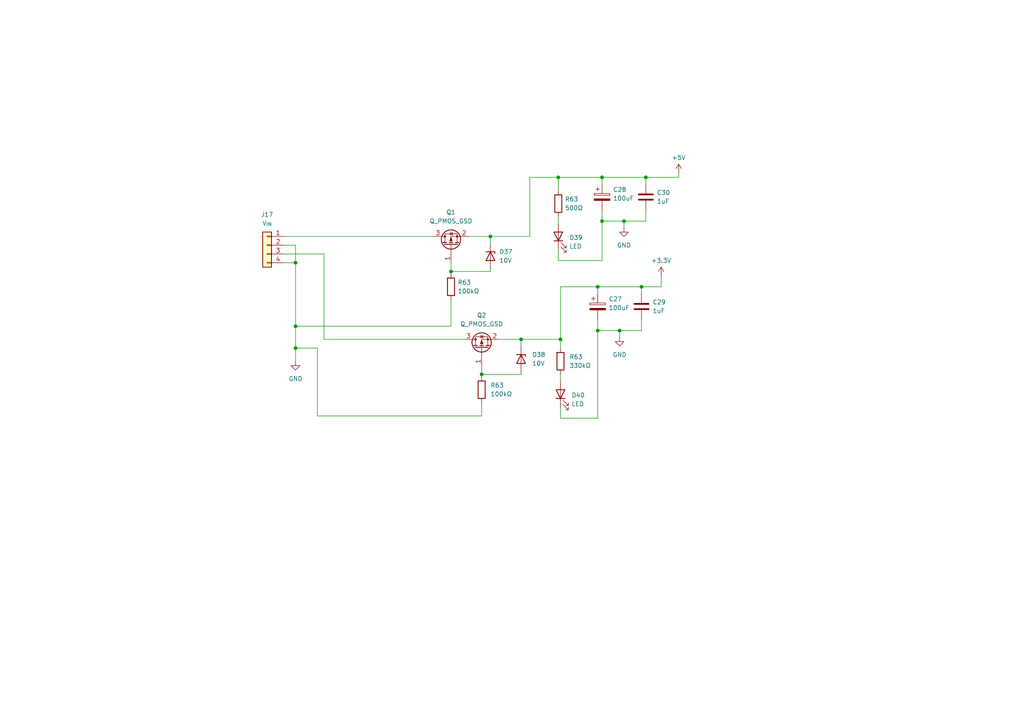
<source format=kicad_sch>
(kicad_sch (version 20230121) (generator eeschema)
  (paper "A4")
  (lib_symbols
    (symbol "Connector_Generic:Conn_01x04" (pin_names (offset 1.016) hide)
      (property "Reference" "J" (at 0 5.08 0))
      (property "Value" "Conn_01x04" (at 0 -7.62 0))
      (symbol "Conn_01x04_1_1"
        (rectangle (start -1.27 -4.953) (end 0 -5.207) (stroke (width 0.1524)))
        (rectangle (start -1.27 -2.413) (end 0 -2.667) (stroke (width 0.1524)))
        (rectangle (start -1.27 0.127) (end 0 -0.127) (stroke (width 0.1524)))
        (rectangle (start -1.27 2.667) (end 0 2.413) (stroke (width 0.1524)))
        (rectangle (start -1.27 3.81) (end 1.27 -6.35) (stroke (width 0.254)) (fill (type background)))
        (pin passive line (at -5.08 2.54 0) (length 3.81) (name "Pin_1") (number "1"))
        (pin passive line (at -5.08 0 0) (length 3.81) (name "Pin_2") (number "2"))
        (pin passive line (at -5.08 -2.54 0) (length 3.81) (name "Pin_3") (number "3"))
        (pin passive line (at -5.08 -5.08 0) (length 3.81) (name "Pin_4") (number "4"))
      )
    )
    (symbol "Device:C" (pin_numbers hide) (pin_names (offset 0.254))
      (property "Reference" "C" (at 0.635 2.54 0))
      (property "Value" "C" (at 0.635 -2.54 0))
      (symbol "C_0_1"
        (polyline (pts (xy -2.032 -0.762) (xy 2.032 -0.762)) (stroke (width 0.508)))
        (polyline (pts (xy -2.032 0.762) (xy 2.032 0.762)) (stroke (width 0.508)))
      )
      (symbol "C_1_1"
        (pin passive line (at 0 3.81 270) (length 2.794) (name "~") (number "1"))
        (pin passive line (at 0 -3.81 90) (length 2.794) (name "~") (number "2"))
      )
    )
    (symbol "Device:C_Polarized" (pin_numbers hide) (pin_names (offset 0.254))
      (property "Reference" "C" (at 0.635 2.54 0))
      (property "Value" "C_Polarized" (at 0.635 -2.54 0))
      (symbol "C_Polarized_0_1"
        (rectangle (start -2.286 0.508) (end 2.286 1.016))
        (polyline (pts (xy -1.778 2.286) (xy -0.762 2.286)))
        (polyline (pts (xy -1.27 2.794) (xy -1.27 1.778)))
        (rectangle (start 2.286 -0.508) (end -2.286 -1.016) (fill (type outline)))
      )
      (symbol "C_Polarized_1_1"
        (pin passive line (at 0 3.81 270) (length 2.794) (name "~") (number "1"))
        (pin passive line (at 0 -3.81 90) (length 2.794) (name "~") (number "2"))
      )
    )
    (symbol "Device:D_Zener" (pin_numbers hide) (pin_names (offset 1.016) hide)
      (property "Reference" "D" (at 0 2.54 0))
      (property "Value" "D_Zener" (at 0 -2.54 0))
      (symbol "D_Zener_0_1"
        (polyline (pts (xy 1.27 0) (xy -1.27 0)))
        (polyline (pts (xy -1.27 -1.27) (xy -1.27 1.27) (xy -0.762 1.27)) (stroke (width 0.254)))
        (polyline (pts (xy 1.27 -1.27) (xy 1.27 1.27) (xy -1.27 0) (xy 1.27 -1.27)) (stroke (width 0.254)))
      )
      (symbol "D_Zener_1_1"
        (pin passive line (at -3.81 0 0) (length 2.54) (name "K") (number "1"))
        (pin passive line (at 3.81 0 180) (length 2.54) (name "A") (number "2"))
      )
    )
    (symbol "Device:LED" (pin_numbers hide) (pin_names (offset 1.016) hide)
      (property "Reference" "D" (at 0 2.54 0))
      (property "Value" "LED" (at 0 -2.54 0))
      (symbol "LED_0_1"
        (polyline (pts (xy -1.27 -1.27) (xy -1.27 1.27)) (stroke (width 0.254)))
        (polyline (pts (xy -1.27 0) (xy 1.27 0)))
        (polyline (pts (xy 1.27 -1.27) (xy 1.27 1.27) (xy -1.27 0) (xy 1.27 -1.27)) (stroke (width 0.254)))
        (polyline (pts (xy -3.048 -0.762) (xy -4.572 -2.286) (xy -3.81 -2.286) (xy -4.572 -2.286) (xy -4.572 -1.524)))
        (polyline (pts (xy -1.778 -0.762) (xy -3.302 -2.286) (xy -2.54 -2.286) (xy -3.302 -2.286) (xy -3.302 -1.524)))
      )
      (symbol "LED_1_1"
        (pin passive line (at -3.81 0 0) (length 2.54) (name "K") (number "1"))
        (pin passive line (at 3.81 0 180) (length 2.54) (name "A") (number "2"))
      )
    )
    (symbol "Device:Q_PMOS_GSD" (pin_names (offset 0) hide)
      (property "Reference" "Q" (at 5.08 1.27 0))
      (property "Value" "Q_PMOS_GSD" (at 5.08 -1.27 0))
      (symbol "Q_PMOS_GSD_0_1"
        (polyline (pts (xy 0.254 0) (xy -2.54 0)))
        (polyline (pts (xy 0.254 1.905) (xy 0.254 -1.905)) (stroke (width 0.254)))
        (polyline (pts (xy 0.762 -1.27) (xy 0.762 -2.286)) (stroke (width 0.254)))
        (polyline (pts (xy 0.762 0.508) (xy 0.762 -0.508)) (stroke (width 0.254)))
        (polyline (pts (xy 0.762 2.286) (xy 0.762 1.27)) (stroke (width 0.254)))
        (polyline (pts (xy 2.54 2.54) (xy 2.54 1.778)))
        (polyline (pts (xy 2.54 -2.54) (xy 2.54 0) (xy 0.762 0)))
        (polyline (pts (xy 0.762 1.778) (xy 3.302 1.778) (xy 3.302 -1.778) (xy 0.762 -1.778)))
        (polyline (pts (xy 2.286 0) (xy 1.27 0.381) (xy 1.27 -0.381) (xy 2.286 0)) (fill (type outline)))
        (polyline (pts (xy 2.794 -0.508) (xy 2.921 -0.381) (xy 3.683 -0.381) (xy 3.81 -0.254)))
        (polyline (pts (xy 3.302 -0.381) (xy 2.921 0.254) (xy 3.683 0.254) (xy 3.302 -0.381)))
        (circle (center 1.651 0) (radius 2.794) (stroke (width 0.254)))
        (circle (center 2.54 -1.778) (radius 0.254) (fill (type outline)))
        (circle (center 2.54 1.778) (radius 0.254) (fill (type outline)))
      )
      (symbol "Q_PMOS_GSD_1_1"
        (pin input line (at -5.08 0 0) (length 2.54) (name "G") (number "1"))
        (pin passive line (at 2.54 -5.08 90) (length 2.54) (name "S") (number "2"))
        (pin passive line (at 2.54 5.08 270) (length 2.54) (name "D") (number "3"))
      )
    )
    (symbol "Device:R" (pin_numbers hide) (pin_names (offset 0))
      (property "Reference" "R" (at 2.032 0 90))
      (property "Value" "R" (at 0 0 90))
      (symbol "R_0_1"
        (rectangle (start -1.016 -2.54) (end 1.016 2.54) (stroke (width 0.254)))
      )
      (symbol "R_1_1"
        (pin passive line (at 0 3.81 270) (length 1.27) (name "~") (number "1"))
        (pin passive line (at 0 -3.81 90) (length 1.27) (name "~") (number "2"))
      )
    )
    (symbol "power:+3.3V" (power) (pin_names (offset 0))
      (property "Value" "+3.3V" (at 0 3.556 0))
      (symbol "+3.3V_0_1"
        (polyline (pts (xy -0.762 1.27) (xy 0 2.54)))
        (polyline (pts (xy 0 0) (xy 0 2.54)))
        (polyline (pts (xy 0 2.54) (xy 0.762 1.27)))
      )
      (symbol "+3.3V_1_1"
        (pin power_in line (at 0 0 90) (length 0) hide (name "+3.3V") (number "1"))
      )
    )
    (symbol "power:+5V" (power) (pin_names (offset 0))
      (property "Value" "+5V" (at 0 3.556 0))
      (symbol "+5V_0_1"
        (polyline (pts (xy -0.762 1.27) (xy 0 2.54)))
        (polyline (pts (xy 0 0) (xy 0 2.54)))
        (polyline (pts (xy 0 2.54) (xy 0.762 1.27)))
      )
      (symbol "+5V_1_1"
        (pin power_in line (at 0 0 90) (length 0) hide (name "+5V") (number "1"))
      )
    )
    (symbol "power:GND" (power) (pin_names (offset 0))
      (property "Value" "GND" (at 0 -3.81 0))
      (symbol "GND_0_1"
        (polyline (pts (xy 0 0) (xy 0 -1.27) (xy 1.27 -1.27) (xy 0 -2.54) (xy -1.27 -1.27) (xy 0 -1.27)))
      )
      (symbol "GND_1_1"
        (pin power_in line (at 0 0 270) (length 0) hide (name "GND") (number "1"))
      )
    )
  )
  (junction (at 85.725 76.2))
  (junction (at 161.925 51.435))
  (junction (at 173.355 95.885))
  (junction (at 130.81 78.74))
  (junction (at 179.705 95.885))
  (junction (at 180.975 64.135))
  (junction (at 174.625 51.435))
  (junction (at 186.055 83.185))
  (junction (at 151.13 98.425))
  (junction (at 142.24 68.58))
  (junction (at 173.355 83.185))
  (junction (at 162.56 98.425))
  (junction (at 85.725 100.965))
  (junction (at 85.725 94.615))
  (junction (at 139.7 108.585))
  (junction (at 187.325 51.435))
  (junction (at 174.625 64.135))
  (wire (pts (xy 191.77 83.185) (xy 186.055 83.185)))
  (wire (pts (xy 161.925 51.435) (xy 161.925 55.245)))
  (wire (pts (xy 85.725 94.615) (xy 130.81 94.615)))
  (wire (pts (xy 174.625 75.565) (xy 174.625 64.135)))
  (wire (pts (xy 92.075 100.965) (xy 85.725 100.965)))
  (wire (pts (xy 186.055 95.885) (xy 186.055 92.71)))
  (wire (pts (xy 139.7 108.585) (xy 139.7 109.22)))
  (wire (pts (xy 162.56 108.585) (xy 162.56 110.49)))
  (wire (pts (xy 173.355 95.885) (xy 179.705 95.885)))
  (wire (pts (xy 174.625 60.96) (xy 174.625 64.135)))
  (wire (pts (xy 173.355 92.71) (xy 173.355 95.885)))
  (wire (pts (xy 139.7 116.84) (xy 139.7 120.65)))
  (wire (pts (xy 173.355 121.285) (xy 173.355 95.885)))
  (wire (pts (xy 139.7 108.585) (xy 151.13 108.585)))
  (wire (pts (xy 130.81 86.995) (xy 130.81 94.615)))
  (wire (pts (xy 93.98 98.425) (xy 134.62 98.425)))
  (wire (pts (xy 130.81 78.74) (xy 142.24 78.74)))
  (wire (pts (xy 186.055 83.185) (xy 186.055 85.09)))
  (wire (pts (xy 130.81 76.2) (xy 130.81 78.74)))
  (wire (pts (xy 187.325 51.435) (xy 174.625 51.435)))
  (wire (pts (xy 82.55 71.12) (xy 85.725 71.12)))
  (wire (pts (xy 82.55 68.58) (xy 125.73 68.58)))
  (wire (pts (xy 135.89 68.58) (xy 142.24 68.58)))
  (wire (pts (xy 153.67 51.435) (xy 161.925 51.435)))
  (wire (pts (xy 82.55 76.2) (xy 85.725 76.2)))
  (wire (pts (xy 180.975 64.135) (xy 187.325 64.135)))
  (wire (pts (xy 196.85 51.435) (xy 187.325 51.435)))
  (wire (pts (xy 142.24 68.58) (xy 153.67 68.58)))
  (wire (pts (xy 174.625 51.435) (xy 174.625 53.34)))
  (wire (pts (xy 180.975 64.135) (xy 180.975 66.04)))
  (wire (pts (xy 162.56 98.425) (xy 162.56 100.965)))
  (wire (pts (xy 187.325 51.435) (xy 187.325 53.34)))
  (wire (pts (xy 85.725 94.615) (xy 85.725 100.965)))
  (wire (pts (xy 161.925 51.435) (xy 174.625 51.435)))
  (wire (pts (xy 139.7 106.045) (xy 139.7 108.585)))
  (wire (pts (xy 179.705 95.885) (xy 179.705 97.79)))
  (wire (pts (xy 196.85 50.165) (xy 196.85 51.435)))
  (wire (pts (xy 85.725 76.2) (xy 85.725 94.615)))
  (wire (pts (xy 173.355 83.185) (xy 173.355 85.09)))
  (wire (pts (xy 187.325 64.135) (xy 187.325 60.96)))
  (wire (pts (xy 142.24 68.58) (xy 142.24 70.485)))
  (wire (pts (xy 174.625 64.135) (xy 180.975 64.135)))
  (wire (pts (xy 151.13 98.425) (xy 162.56 98.425)))
  (wire (pts (xy 144.78 98.425) (xy 151.13 98.425)))
  (wire (pts (xy 85.725 100.965) (xy 85.725 104.775)))
  (wire (pts (xy 162.56 118.11) (xy 162.56 121.285)))
  (wire (pts (xy 92.075 120.65) (xy 92.075 100.965)))
  (wire (pts (xy 161.925 75.565) (xy 174.625 75.565)))
  (wire (pts (xy 93.98 98.425) (xy 93.98 73.66)))
  (wire (pts (xy 142.24 78.105) (xy 142.24 78.74)))
  (wire (pts (xy 85.725 71.12) (xy 85.725 76.2)))
  (wire (pts (xy 151.13 98.425) (xy 151.13 100.33)))
  (wire (pts (xy 161.925 62.865) (xy 161.925 64.77)))
  (wire (pts (xy 153.67 68.58) (xy 153.67 51.435)))
  (wire (pts (xy 161.925 72.39) (xy 161.925 75.565)))
  (wire (pts (xy 162.56 98.425) (xy 162.56 83.185)))
  (wire (pts (xy 130.81 78.74) (xy 130.81 79.375)))
  (wire (pts (xy 191.77 80.01) (xy 191.77 83.185)))
  (wire (pts (xy 93.98 73.66) (xy 82.55 73.66)))
  (wire (pts (xy 162.56 83.185) (xy 173.355 83.185)))
  (wire (pts (xy 162.56 121.285) (xy 173.355 121.285)))
  (wire (pts (xy 151.13 107.95) (xy 151.13 108.585)))
  (wire (pts (xy 92.075 120.65) (xy 139.7 120.65)))
  (wire (pts (xy 179.705 95.885) (xy 186.055 95.885)))
  (wire (pts (xy 186.055 83.185) (xy 173.355 83.185)))
  (symbol (lib_id "Device:C") (at 187.325 57.15 0) (unit 1)
    (property "Reference" "C30" (at 190.5 55.88 0) (effects (justify left)))
    (property "Value" "1uF" (at 190.5 58.42 0) (effects (justify left)))
    (property "Footprint" "Capacitor_SMD:C_0805_2012Metric" (effects hide))
  )
  (symbol (lib_id "Device:R") (at 139.7 113.03 180) (unit 1)
    (property "Reference" "R63" (at 142.24 111.76 0) (effects (justify right)))
    (property "Value" "100kΩ" (at 142.24 114.3 0) (effects (justify right)))
    (property "Footprint" "Resistor_SMD:R_0805_2012Metric" (effects hide))
    (instances (project "PicoIrrigation" (path "" (reference "R63") (unit 1)) (path "" (reference "R56") (unit 1))))
  )
  (symbol (lib_id "Device:LED") (at 162.56 114.3 90) (unit 1)
    (property "Reference" "D40" (at 165.735 114.6175 90) (effects (justify right)))
    (property "Value" "LED" (at 165.735 117.1575 90) (effects (justify right)))
    (property "Footprint" "LED_SMD:LED_0805_2012Metric" (effects hide))
  )
  (symbol (lib_id "Device:D_Zener") (at 151.13 104.14 270) (unit 1)
    (property "Reference" "D38" (at 154.305 102.87 90) (effects (justify left)))
    (property "Value" "10V" (at 154.305 105.41 90) (effects (justify left)))
    (property "Footprint" "Diode_SMD:D_SOD-123" (effects hide))
  )
  (symbol (lib_id "Device:C_Polarized") (at 174.625 57.15 0) (unit 1)
    (property "Reference" "C28" (at 177.8 54.991 0) (effects (justify left)))
    (property "Value" "100uF" (at 177.8 57.531 0) (effects (justify left)))
    (property "Footprint" "Capacitor_SMD:CP_Elec_8x11.9" (effects hide))
  )
  (symbol (lib_id "power:GND") (at 180.975 66.04 0) (unit 1)
    (property "Reference" "#PWR0137" (effects hide))
    (property "Value" "GND" (at 180.975 71.12 0))
  )
  (symbol (lib_id "power:+3.3V") (at 191.77 80.01 0) (unit 1)
    (property "Reference" "#PWR0138" (effects hide))
    (property "Value" "+3.3V" (at 191.77 75.565 0))
  )
  (symbol (lib_id "Device:R") (at 161.925 59.055 180) (unit 1)
    (property "Reference" "R63" (at 163.83 57.785 0) (effects (justify right)))
    (property "Value" "500Ω" (at 163.83 60.325 0) (effects (justify right)))
    (property "Footprint" "Resistor_SMD:R_0805_2012Metric" (effects hide))
    (instances (project "PicoIrrigation" (path "" (reference "R63") (unit 1)) (path "" (reference "R57") (unit 1))))
  )
  (symbol (lib_id "power:+5V") (at 196.85 50.165 0) (unit 1)
    (property "Reference" "#PWR0139" (effects hide))
    (property "Value" "+5V" (at 196.85 45.72 0))
  )
  (symbol (lib_id "Connector_Generic:Conn_01x04") (at 77.47 71.12 0) (mirror y) (unit 1)
    (property "Reference" "J17" (at 77.47 62.23 0))
    (property "Value" "V_{IN}" (at 77.47 64.77 0))
    (property "Footprint" "TerminalBlock:TerminalBlock_bornier-4_P5.08mm" (effects hide))
  )
  (symbol (lib_id "Device:R") (at 130.81 83.185 180) (unit 1)
    (property "Reference" "R63" (at 132.715 81.915 0) (effects (justify right)))
    (property "Value" "100kΩ" (at 132.715 84.455 0) (effects (justify right)))
    (property "Footprint" "Resistor_SMD:R_0805_2012Metric" (effects hide))
    (instances (project "PicoIrrigation" (path "" (reference "R63") (unit 1)) (path "" (reference "R55") (unit 1))))
  )
  (symbol (lib_id "Device:R") (at 162.56 104.775 180) (unit 1)
    (property "Reference" "R63" (at 165.1 103.505 0) (effects (justify right)))
    (property "Value" "330kΩ" (at 165.1 106.045 0) (effects (justify right)))
    (property "Footprint" "Resistor_SMD:R_0805_2012Metric" (effects hide))
    (instances (project "PicoIrrigation" (path "" (reference "R63") (unit 1)) (path "" (reference "R58") (unit 1))))
  )
  (symbol (lib_id "Device:Q_PMOS_GSD") (at 130.81 71.12 90) (unit 1)
    (property "Reference" "Q1" (at 130.81 61.595 90))
    (property "Value" "Q_PMOS_GSD" (at 130.81 64.135 90))
    (property "Footprint" "Package_TO_SOT_SMD:SOT-23" (effects hide))
  )
  (symbol (lib_id "Device:Q_PMOS_GSD") (at 139.7 100.965 90) (unit 1)
    (property "Reference" "Q2" (at 139.7 91.44 90))
    (property "Value" "Q_PMOS_GSD" (at 139.7 93.98 90))
    (property "Footprint" "Package_TO_SOT_SMD:SOT-23" (effects hide))
  )
  (symbol (lib_id "Device:D_Zener") (at 142.24 74.295 270) (unit 1)
    (property "Reference" "D37" (at 144.78 73.025 90) (effects (justify left)))
    (property "Value" "10V" (at 144.78 75.565 90) (effects (justify left)))
    (property "Footprint" "Diode_SMD:D_SOD-123" (effects hide))
  )
  (symbol (lib_id "Device:C_Polarized") (at 173.355 88.9 0) (unit 1)
    (property "Reference" "C27" (at 176.53 86.741 0) (effects (justify left)))
    (property "Value" "100uF" (at 176.53 89.281 0) (effects (justify left)))
    (property "Footprint" "Capacitor_SMD:CP_Elec_8x11.9" (effects hide))
  )
  (symbol (lib_id "power:GND") (at 85.725 104.775 0) (unit 1)
    (property "Reference" "#PWR0134" (effects hide))
    (property "Value" "GND" (at 85.725 109.855 0))
  )
  (symbol (lib_id "power:GND") (at 179.705 97.79 0) (unit 1)
    (property "Reference" "#PWR0136" (effects hide))
    (property "Value" "GND" (at 179.705 102.87 0))
  )
  (symbol (lib_id "Device:C") (at 186.055 88.9 0) (unit 1)
    (property "Reference" "C29" (at 189.23 87.63 0) (effects (justify left)))
    (property "Value" "1uF" (at 189.23 90.17 0) (effects (justify left)))
    (property "Footprint" "Capacitor_SMD:C_0805_2012Metric" (effects hide))
  )
  (symbol (lib_id "Device:LED") (at 161.925 68.58 90) (unit 1)
    (property "Reference" "D39" (at 165.1 68.8975 90) (effects (justify right)))
    (property "Value" "LED" (at 165.1 71.4375 90) (effects (justify right)))
    (property "Footprint" "LED_SMD:LED_0805_2012Metric" (effects hide))
  )
)
</source>
